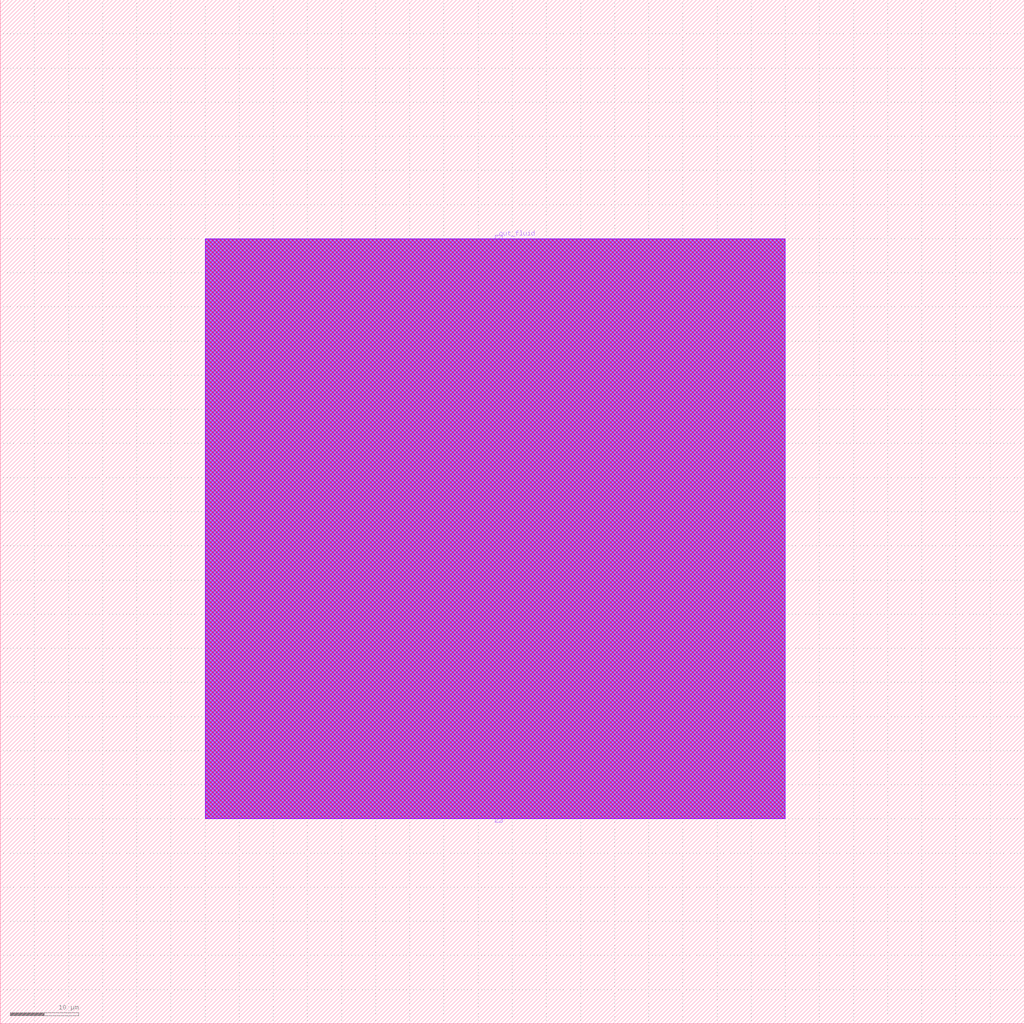
<source format=lef>

MACRO bidirectional_res_800ul
  CLASS CORE ;
  ORIGIN  0 0 ;
  FOREIGN bidirectional_res_800ul 0 0 ;
  SIZE 150 BY 150 ;
  SYMMETRY X Y ;
  SITE CoreSite ;
  PIN in_fluid
    DIRECTION INPUT ;
    USE SIGNAL ;
    PORT
      LAYER met1 ;
        RECT 72.5 29.5 73.5 30.5 ;
    END
  END in_fluid
  PIN out_fluid
    DIRECTION OUTPUT ;
    USE SIGNAL ;
    PORT
      LAYER met1 ;
        RECT 72.5 114.5 73.5 115.5 ;
    END
  END out_fluid
  OBS
    LAYER met1 ;
      RECT 30 30 115 115 ;
    LAYER met2 ;
      RECT 30 30 115 115 ;
    LAYER met3 ;
      RECT 30 30 115 115 ;
    LAYER met4 ;
      RECT 30 30 115 115 ;
    LAYER met5 ;
      RECT 30 30 115 115 ;
    LAYER met6 ;
      RECT 30 30 115 115 ;
    LAYER met7 ;
      RECT 30 30 115 115 ;
    LAYER met8 ;
      RECT 30 30 115 115 ;
  END
  PROPERTY CatenaDesignType "deviceLevel" ;
END bidirectional_res_800ul

</source>
